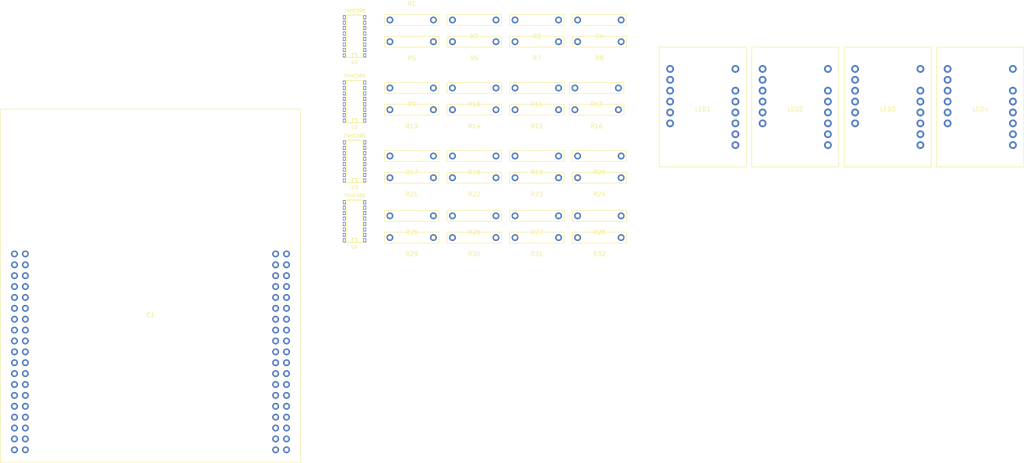
<source format=kicad_pcb>
(kicad_pcb (version 4) (host pcbnew 4.0.7)

  (general
    (links 91)
    (no_connects 91)
    (area 0 0 0 0)
    (thickness 1.6)
    (drawings 0)
    (tracks 0)
    (zones 0)
    (modules 41)
    (nets 73)
  )

  (page A4)
  (layers
    (0 F.Cu signal)
    (31 B.Cu signal)
    (32 B.Adhes user)
    (33 F.Adhes user)
    (34 B.Paste user)
    (35 F.Paste user)
    (36 B.SilkS user)
    (37 F.SilkS user)
    (38 B.Mask user)
    (39 F.Mask user)
    (40 Dwgs.User user)
    (41 Cmts.User user)
    (42 Eco1.User user)
    (43 Eco2.User user)
    (44 Edge.Cuts user)
    (45 Margin user)
    (46 B.CrtYd user)
    (47 F.CrtYd user)
    (48 B.Fab user)
    (49 F.Fab user)
  )

  (setup
    (last_trace_width 0.25)
    (trace_clearance 0.2)
    (zone_clearance 0.508)
    (zone_45_only no)
    (trace_min 0.2)
    (segment_width 0.2)
    (edge_width 0.1)
    (via_size 0.6)
    (via_drill 0.4)
    (via_min_size 0.4)
    (via_min_drill 0.3)
    (uvia_size 0.3)
    (uvia_drill 0.1)
    (uvias_allowed no)
    (uvia_min_size 0.2)
    (uvia_min_drill 0.1)
    (pcb_text_width 0.3)
    (pcb_text_size 1.5 1.5)
    (mod_edge_width 0.15)
    (mod_text_size 1 1)
    (mod_text_width 0.15)
    (pad_size 1.5 1.5)
    (pad_drill 0.6)
    (pad_to_mask_clearance 0)
    (aux_axis_origin 0 0)
    (visible_elements 7FFFFFFF)
    (pcbplotparams
      (layerselection 0x00030_80000001)
      (usegerberextensions false)
      (excludeedgelayer true)
      (linewidth 0.100000)
      (plotframeref false)
      (viasonmask false)
      (mode 1)
      (useauxorigin false)
      (hpglpennumber 1)
      (hpglpenspeed 20)
      (hpglpendiameter 15)
      (hpglpenoverlay 2)
      (psnegative false)
      (psa4output false)
      (plotreference true)
      (plotvalue true)
      (plotinvisibletext false)
      (padsonsilk false)
      (subtractmaskfromsilk false)
      (outputformat 1)
      (mirror false)
      (drillshape 1)
      (scaleselection 1)
      (outputdirectory ""))
  )

  (net 0 "")
  (net 1 GND)
  (net 2 "Net-(C1-Pad49)")
  (net 3 "Net-(C1-Pad53)")
  (net 4 "Net-(C1-Pad55)")
  (net 5 "Net-(LED2-Pad12)")
  (net 6 "Net-(LED2-Pad11)")
  (net 7 "Net-(LED2-Pad10)")
  (net 8 "Net-(LED2-Pad8)")
  (net 9 "Net-(LED2-Pad7)")
  (net 10 "Net-(LED2-Pad1)")
  (net 11 "Net-(LED2-Pad2)")
  (net 12 "Net-(LED2-Pad4)")
  (net 13 "Net-(LED3-Pad12)")
  (net 14 "Net-(LED3-Pad11)")
  (net 15 "Net-(LED3-Pad10)")
  (net 16 "Net-(LED3-Pad8)")
  (net 17 "Net-(LED3-Pad7)")
  (net 18 "Net-(LED3-Pad1)")
  (net 19 "Net-(LED3-Pad2)")
  (net 20 "Net-(LED3-Pad4)")
  (net 21 "Net-(LED4-Pad12)")
  (net 22 "Net-(LED4-Pad11)")
  (net 23 "Net-(LED4-Pad10)")
  (net 24 "Net-(LED4-Pad8)")
  (net 25 "Net-(LED4-Pad7)")
  (net 26 "Net-(LED4-Pad1)")
  (net 27 "Net-(LED4-Pad2)")
  (net 28 "Net-(LED4-Pad4)")
  (net 29 "Net-(R9-Pad2)")
  (net 30 "Net-(R10-Pad2)")
  (net 31 "Net-(R11-Pad2)")
  (net 32 "Net-(R12-Pad2)")
  (net 33 "Net-(R13-Pad2)")
  (net 34 "Net-(R14-Pad2)")
  (net 35 "Net-(R15-Pad2)")
  (net 36 "Net-(R16-Pad2)")
  (net 37 "Net-(R17-Pad2)")
  (net 38 "Net-(R18-Pad2)")
  (net 39 "Net-(R19-Pad2)")
  (net 40 "Net-(R20-Pad2)")
  (net 41 "Net-(R21-Pad2)")
  (net 42 "Net-(R22-Pad2)")
  (net 43 "Net-(R23-Pad2)")
  (net 44 "Net-(R24-Pad2)")
  (net 45 "Net-(R25-Pad2)")
  (net 46 "Net-(R26-Pad2)")
  (net 47 "Net-(R27-Pad2)")
  (net 48 "Net-(R28-Pad2)")
  (net 49 "Net-(R29-Pad2)")
  (net 50 "Net-(R30-Pad2)")
  (net 51 "Net-(R31-Pad2)")
  (net 52 "Net-(R32-Pad2)")
  (net 53 "Net-(U1-Pad9)")
  (net 54 VCC)
  (net 55 "Net-(U2-Pad9)")
  (net 56 "Net-(U3-Pad9)")
  (net 57 "Net-(LED1-Pad12)")
  (net 58 "Net-(LED1-Pad11)")
  (net 59 "Net-(LED1-Pad10)")
  (net 60 "Net-(LED1-Pad8)")
  (net 61 "Net-(LED1-Pad7)")
  (net 62 "Net-(LED1-Pad1)")
  (net 63 "Net-(LED1-Pad2)")
  (net 64 "Net-(LED1-Pad4)")
  (net 65 "Net-(R1-Pad2)")
  (net 66 "Net-(R2-Pad2)")
  (net 67 "Net-(R3-Pad2)")
  (net 68 "Net-(R4-Pad2)")
  (net 69 "Net-(R5-Pad2)")
  (net 70 "Net-(R6-Pad2)")
  (net 71 "Net-(R7-Pad2)")
  (net 72 "Net-(R8-Pad2)")

  (net_class Default "This is the default net class."
    (clearance 0.2)
    (trace_width 0.25)
    (via_dia 0.6)
    (via_drill 0.4)
    (uvia_dia 0.3)
    (uvia_drill 0.1)
    (add_net GND)
    (add_net "Net-(C1-Pad49)")
    (add_net "Net-(C1-Pad53)")
    (add_net "Net-(C1-Pad55)")
    (add_net "Net-(LED1-Pad1)")
    (add_net "Net-(LED1-Pad10)")
    (add_net "Net-(LED1-Pad11)")
    (add_net "Net-(LED1-Pad12)")
    (add_net "Net-(LED1-Pad2)")
    (add_net "Net-(LED1-Pad4)")
    (add_net "Net-(LED1-Pad7)")
    (add_net "Net-(LED1-Pad8)")
    (add_net "Net-(LED2-Pad1)")
    (add_net "Net-(LED2-Pad10)")
    (add_net "Net-(LED2-Pad11)")
    (add_net "Net-(LED2-Pad12)")
    (add_net "Net-(LED2-Pad2)")
    (add_net "Net-(LED2-Pad4)")
    (add_net "Net-(LED2-Pad7)")
    (add_net "Net-(LED2-Pad8)")
    (add_net "Net-(LED3-Pad1)")
    (add_net "Net-(LED3-Pad10)")
    (add_net "Net-(LED3-Pad11)")
    (add_net "Net-(LED3-Pad12)")
    (add_net "Net-(LED3-Pad2)")
    (add_net "Net-(LED3-Pad4)")
    (add_net "Net-(LED3-Pad7)")
    (add_net "Net-(LED3-Pad8)")
    (add_net "Net-(LED4-Pad1)")
    (add_net "Net-(LED4-Pad10)")
    (add_net "Net-(LED4-Pad11)")
    (add_net "Net-(LED4-Pad12)")
    (add_net "Net-(LED4-Pad2)")
    (add_net "Net-(LED4-Pad4)")
    (add_net "Net-(LED4-Pad7)")
    (add_net "Net-(LED4-Pad8)")
    (add_net "Net-(R1-Pad2)")
    (add_net "Net-(R10-Pad2)")
    (add_net "Net-(R11-Pad2)")
    (add_net "Net-(R12-Pad2)")
    (add_net "Net-(R13-Pad2)")
    (add_net "Net-(R14-Pad2)")
    (add_net "Net-(R15-Pad2)")
    (add_net "Net-(R16-Pad2)")
    (add_net "Net-(R17-Pad2)")
    (add_net "Net-(R18-Pad2)")
    (add_net "Net-(R19-Pad2)")
    (add_net "Net-(R2-Pad2)")
    (add_net "Net-(R20-Pad2)")
    (add_net "Net-(R21-Pad2)")
    (add_net "Net-(R22-Pad2)")
    (add_net "Net-(R23-Pad2)")
    (add_net "Net-(R24-Pad2)")
    (add_net "Net-(R25-Pad2)")
    (add_net "Net-(R26-Pad2)")
    (add_net "Net-(R27-Pad2)")
    (add_net "Net-(R28-Pad2)")
    (add_net "Net-(R29-Pad2)")
    (add_net "Net-(R3-Pad2)")
    (add_net "Net-(R30-Pad2)")
    (add_net "Net-(R31-Pad2)")
    (add_net "Net-(R32-Pad2)")
    (add_net "Net-(R4-Pad2)")
    (add_net "Net-(R5-Pad2)")
    (add_net "Net-(R6-Pad2)")
    (add_net "Net-(R7-Pad2)")
    (add_net "Net-(R8-Pad2)")
    (add_net "Net-(R9-Pad2)")
    (add_net "Net-(U1-Pad9)")
    (add_net "Net-(U2-Pad9)")
    (add_net "Net-(U3-Pad9)")
    (add_net VCC)
  )

  (module .pretty:NUCLEO_F411RE_MORPHO (layer F.Cu) (tedit 5AAB925B) (tstamp 5AABC801)
    (at 76.835 99.695)
    (path /5AAB846F)
    (fp_text reference C1 (at 0 -8.636) (layer F.SilkS)
      (effects (font (size 1 1) (thickness 0.15)))
    )
    (fp_text value NUCLEO_F411RE (at 0 4.572) (layer F.Fab)
      (effects (font (size 1 1) (thickness 0.15)))
    )
    (fp_line (start -35.052 25.908) (end 35.052 25.908) (layer F.SilkS) (width 0.15))
    (fp_line (start 35.052 25.908) (end 35.052 -56.642) (layer F.SilkS) (width 0.15))
    (fp_line (start 35.052 -56.642) (end -35.052 -56.642) (layer F.SilkS) (width 0.15))
    (fp_line (start -35.052 -56.642) (end -35.052 25.908) (layer F.SilkS) (width 0.15))
    (pad 1 thru_hole circle (at -31.75 -22.86) (size 1.6 1.6) (drill 0.9) (layers *.Cu *.Mask))
    (pad 3 thru_hole circle (at -31.75 -20.32) (size 1.6 1.6) (drill 0.9) (layers *.Cu *.Mask))
    (pad 5 thru_hole circle (at -31.75 -17.78) (size 1.6 1.6) (drill 0.9) (layers *.Cu *.Mask))
    (pad 2 thru_hole circle (at -29.21 -22.86) (size 1.6 1.6) (drill 0.9) (layers *.Cu *.Mask))
    (pad 4 thru_hole circle (at -29.21 -20.32) (size 1.6 1.6) (drill 0.9) (layers *.Cu *.Mask))
    (pad 6 thru_hole circle (at -29.21 -17.78) (size 1.6 1.6) (drill 0.9) (layers *.Cu *.Mask))
    (pad 7 thru_hole circle (at -31.75 -15.24) (size 1.6 1.6) (drill 0.9) (layers *.Cu *.Mask))
    (pad 8 thru_hole circle (at -29.21 -15.24) (size 1.6 1.6) (drill 0.9) (layers *.Cu *.Mask)
      (net 1 GND))
    (pad 9 thru_hole circle (at -31.75 -12.7) (size 1.6 1.6) (drill 0.9) (layers *.Cu *.Mask))
    (pad 10 thru_hole circle (at -29.21 -12.7) (size 1.6 1.6) (drill 0.9) (layers *.Cu *.Mask))
    (pad 11 thru_hole circle (at -31.75 -10.16) (size 1.6 1.6) (drill 0.9) (layers *.Cu *.Mask))
    (pad 12 thru_hole circle (at -29.21 -10.16) (size 1.6 1.6) (drill 0.9) (layers *.Cu *.Mask))
    (pad 13 thru_hole circle (at -31.75 -7.62) (size 1.6 1.6) (drill 0.9) (layers *.Cu *.Mask))
    (pad 14 thru_hole circle (at -29.21 -7.62) (size 1.6 1.6) (drill 0.9) (layers *.Cu *.Mask))
    (pad 15 thru_hole circle (at -31.75 -5.08) (size 1.6 1.6) (drill 0.9) (layers *.Cu *.Mask))
    (pad 16 thru_hole circle (at -29.21 -5.08) (size 1.6 1.6) (drill 0.9) (layers *.Cu *.Mask))
    (pad 17 thru_hole circle (at -31.75 -2.54) (size 1.6 1.6) (drill 0.9) (layers *.Cu *.Mask))
    (pad 18 thru_hole circle (at -29.21 -2.54) (size 1.6 1.6) (drill 0.9) (layers *.Cu *.Mask))
    (pad 19 thru_hole circle (at -31.75 0) (size 1.6 1.6) (drill 0.9) (layers *.Cu *.Mask))
    (pad 20 thru_hole circle (at -29.21 0) (size 1.6 1.6) (drill 0.9) (layers *.Cu *.Mask))
    (pad 21 thru_hole circle (at -31.75 2.54) (size 1.6 1.6) (drill 0.9) (layers *.Cu *.Mask))
    (pad 22 thru_hole circle (at -29.21 2.54) (size 1.6 1.6) (drill 0.9) (layers *.Cu *.Mask))
    (pad 23 thru_hole circle (at -31.75 5.08) (size 1.6 1.6) (drill 0.9) (layers *.Cu *.Mask))
    (pad 24 thru_hole circle (at -29.21 5.08) (size 1.6 1.6) (drill 0.9) (layers *.Cu *.Mask))
    (pad 25 thru_hole circle (at -31.75 7.62) (size 1.6 1.6) (drill 0.9) (layers *.Cu *.Mask))
    (pad 26 thru_hole circle (at -29.21 7.62) (size 1.6 1.6) (drill 0.9) (layers *.Cu *.Mask))
    (pad 27 thru_hole circle (at -31.75 10.16) (size 1.6 1.6) (drill 0.9) (layers *.Cu *.Mask))
    (pad 28 thru_hole circle (at -29.21 10.16) (size 1.6 1.6) (drill 0.9) (layers *.Cu *.Mask))
    (pad 29 thru_hole circle (at -31.75 12.7) (size 1.6 1.6) (drill 0.9) (layers *.Cu *.Mask))
    (pad 30 thru_hole circle (at -29.21 12.7) (size 1.6 1.6) (drill 0.9) (layers *.Cu *.Mask))
    (pad 31 thru_hole circle (at -31.75 15.24) (size 1.6 1.6) (drill 0.9) (layers *.Cu *.Mask))
    (pad 32 thru_hole circle (at -29.21 15.24) (size 1.6 1.6) (drill 0.9) (layers *.Cu *.Mask))
    (pad 33 thru_hole circle (at -31.75 17.78) (size 1.6 1.6) (drill 0.9) (layers *.Cu *.Mask))
    (pad 34 thru_hole circle (at -29.21 17.78) (size 1.6 1.6) (drill 0.9) (layers *.Cu *.Mask))
    (pad 35 thru_hole circle (at -31.75 20.32) (size 1.6 1.6) (drill 0.9) (layers *.Cu *.Mask))
    (pad 36 thru_hole circle (at -29.21 20.32) (size 1.6 1.6) (drill 0.9) (layers *.Cu *.Mask))
    (pad 37 thru_hole circle (at -31.75 22.86) (size 1.6 1.6) (drill 0.9) (layers *.Cu *.Mask))
    (pad 38 thru_hole circle (at -29.21 22.86) (size 1.6 1.6) (drill 0.9) (layers *.Cu *.Mask))
    (pad 39 thru_hole circle (at 29.21 -22.86) (size 1.6 1.6) (drill 0.9) (layers *.Cu *.Mask))
    (pad 40 thru_hole circle (at 31.75 -22.86) (size 1.6 1.6) (drill 0.9) (layers *.Cu *.Mask))
    (pad 41 thru_hole circle (at 29.21 -20.32) (size 1.6 1.6) (drill 0.9) (layers *.Cu *.Mask))
    (pad 42 thru_hole circle (at 31.75 -20.32) (size 1.6 1.6) (drill 0.9) (layers *.Cu *.Mask))
    (pad 43 thru_hole circle (at 29.21 -17.78) (size 1.6 1.6) (drill 0.9) (layers *.Cu *.Mask))
    (pad 44 thru_hole circle (at 31.75 -17.78) (size 1.6 1.6) (drill 0.9) (layers *.Cu *.Mask))
    (pad 45 thru_hole circle (at 29.21 -15.24) (size 1.6 1.6) (drill 0.9) (layers *.Cu *.Mask))
    (pad 46 thru_hole circle (at 31.75 -15.24) (size 1.6 1.6) (drill 0.9) (layers *.Cu *.Mask))
    (pad 47 thru_hole circle (at 29.21 -12.7) (size 1.6 1.6) (drill 0.9) (layers *.Cu *.Mask))
    (pad 48 thru_hole circle (at 31.75 -12.7) (size 1.6 1.6) (drill 0.9) (layers *.Cu *.Mask))
    (pad 49 thru_hole circle (at 29.21 -10.16) (size 1.6 1.6) (drill 0.9) (layers *.Cu *.Mask)
      (net 2 "Net-(C1-Pad49)"))
    (pad 50 thru_hole circle (at 31.75 -10.16) (size 1.6 1.6) (drill 0.9) (layers *.Cu *.Mask))
    (pad 51 thru_hole circle (at 29.21 -7.62) (size 1.6 1.6) (drill 0.9) (layers *.Cu *.Mask))
    (pad 52 thru_hole circle (at 31.75 -7.62) (size 1.6 1.6) (drill 0.9) (layers *.Cu *.Mask))
    (pad 53 thru_hole circle (at 29.21 -5.08) (size 1.6 1.6) (drill 0.9) (layers *.Cu *.Mask)
      (net 3 "Net-(C1-Pad53)"))
    (pad 54 thru_hole circle (at 31.75 -5.08) (size 1.6 1.6) (drill 0.9) (layers *.Cu *.Mask))
    (pad 55 thru_hole circle (at 29.21 -2.54) (size 1.6 1.6) (drill 0.9) (layers *.Cu *.Mask)
      (net 4 "Net-(C1-Pad55)"))
    (pad 56 thru_hole circle (at 31.75 -2.54) (size 1.6 1.6) (drill 0.9) (layers *.Cu *.Mask))
    (pad 57 thru_hole circle (at 29.21 0) (size 1.6 1.6) (drill 0.9) (layers *.Cu *.Mask))
    (pad 58 thru_hole circle (at 31.75 0) (size 1.6 1.6) (drill 0.9) (layers *.Cu *.Mask))
    (pad 59 thru_hole circle (at 29.21 2.54) (size 1.6 1.6) (drill 0.9) (layers *.Cu *.Mask))
    (pad 60 thru_hole circle (at 31.75 2.54) (size 1.6 1.6) (drill 0.9) (layers *.Cu *.Mask))
    (pad 61 thru_hole circle (at 29.21 5.08) (size 1.6 1.6) (drill 0.9) (layers *.Cu *.Mask))
    (pad 62 thru_hole circle (at 31.75 5.08) (size 1.6 1.6) (drill 0.9) (layers *.Cu *.Mask))
    (pad 63 thru_hole circle (at 29.21 7.62) (size 1.6 1.6) (drill 0.9) (layers *.Cu *.Mask))
    (pad 64 thru_hole circle (at 31.75 7.62) (size 1.6 1.6) (drill 0.9) (layers *.Cu *.Mask))
    (pad 65 thru_hole circle (at 29.21 10.16) (size 1.6 1.6) (drill 0.9) (layers *.Cu *.Mask))
    (pad 66 thru_hole circle (at 31.75 10.16) (size 1.6 1.6) (drill 0.9) (layers *.Cu *.Mask))
    (pad 67 thru_hole circle (at 29.21 12.7) (size 1.6 1.6) (drill 0.9) (layers *.Cu *.Mask))
    (pad 68 thru_hole circle (at 31.75 12.7) (size 1.6 1.6) (drill 0.9) (layers *.Cu *.Mask))
    (pad 69 thru_hole circle (at 29.21 15.24) (size 1.6 1.6) (drill 0.9) (layers *.Cu *.Mask))
    (pad 70 thru_hole circle (at 31.75 15.24) (size 1.6 1.6) (drill 0.9) (layers *.Cu *.Mask))
    (pad 71 thru_hole circle (at 29.21 17.78) (size 1.6 1.6) (drill 0.9) (layers *.Cu *.Mask))
    (pad 72 thru_hole circle (at 31.75 17.78) (size 1.6 1.6) (drill 0.9) (layers *.Cu *.Mask))
    (pad 73 thru_hole circle (at 29.21 20.32) (size 1.6 1.6) (drill 0.9) (layers *.Cu *.Mask))
    (pad 74 thru_hole circle (at 31.75 20.32) (size 1.6 1.6) (drill 0.9) (layers *.Cu *.Mask))
    (pad 75 thru_hole circle (at 29.21 22.86) (size 1.6 1.6) (drill 0.9) (layers *.Cu *.Mask))
    (pad 76 thru_hole circle (at 31.75 22.86) (size 1.6 1.6) (drill 0.9) (layers *.Cu *.Mask))
  )

  (module .pretty:kingbrightSC08 (layer F.Cu) (tedit 5AAB8CD8) (tstamp 5AABC816)
    (at 205.74 42.545)
    (path /5AAA226A)
    (fp_text reference LED1 (at 0 0.5) (layer F.SilkS)
      (effects (font (size 1 1) (thickness 0.15)))
    )
    (fp_text value KingbrightSC08 (at 0 -0.5) (layer F.Fab)
      (effects (font (size 1 1) (thickness 0.15)))
    )
    (fp_line (start -10.16 -13.97) (end 10.16 -13.97) (layer F.SilkS) (width 0.15))
    (fp_line (start 10.16 -13.97) (end 10.16 13.97) (layer F.SilkS) (width 0.15))
    (fp_line (start 10.16 13.97) (end -10.16 13.97) (layer F.SilkS) (width 0.15))
    (fp_line (start -10.16 13.97) (end -10.16 -13.97) (layer F.SilkS) (width 0.15))
    (pad 13 thru_hole circle (at 7.62 -8.89) (size 1.8 1.8) (drill 1) (layers *.Cu *.Mask))
    (pad 12 thru_hole circle (at 7.62 -3.81) (size 1.8 1.8) (drill 1) (layers *.Cu *.Mask)
      (net 57 "Net-(LED1-Pad12)"))
    (pad 11 thru_hole circle (at 7.62 -1.27) (size 1.8 1.8) (drill 1) (layers *.Cu *.Mask)
      (net 58 "Net-(LED1-Pad11)"))
    (pad 10 thru_hole circle (at 7.62 1.27) (size 1.8 1.8) (drill 1) (layers *.Cu *.Mask)
      (net 59 "Net-(LED1-Pad10)"))
    (pad 9 thru_hole circle (at 7.62 3.81) (size 1.8 1.8) (drill 1) (layers *.Cu *.Mask))
    (pad 8 thru_hole circle (at 7.62 6.35) (size 1.8 1.8) (drill 1) (layers *.Cu *.Mask)
      (net 60 "Net-(LED1-Pad8)"))
    (pad 7 thru_hole circle (at 7.62 8.89) (size 1.8 1.8) (drill 1) (layers *.Cu *.Mask)
      (net 61 "Net-(LED1-Pad7)"))
    (pad 6 thru_hole circle (at -7.62 3.81) (size 1.8 1.8) (drill 1) (layers *.Cu *.Mask))
    (pad 5 thru_hole circle (at -7.62 1.27) (size 1.8 1.8) (drill 1) (layers *.Cu *.Mask)
      (net 1 GND))
    (pad 1 thru_hole circle (at -7.62 -8.89) (size 1.8 1.8) (drill 1) (layers *.Cu *.Mask)
      (net 62 "Net-(LED1-Pad1)"))
    (pad 2 thru_hole circle (at -7.62 -6.35) (size 1.8 1.8) (drill 1) (layers *.Cu *.Mask)
      (net 63 "Net-(LED1-Pad2)"))
    (pad 3 thru_hole circle (at -7.62 -3.81) (size 1.8 1.8) (drill 1) (layers *.Cu *.Mask))
    (pad 4 thru_hole circle (at -7.62 -1.27) (size 1.8 1.8) (drill 1) (layers *.Cu *.Mask)
      (net 64 "Net-(LED1-Pad4)"))
  )

  (module .pretty:kingbrightSC08 (layer F.Cu) (tedit 5AAB8CD8) (tstamp 5AABC82B)
    (at 227.33 42.545)
    (path /5AAA3340)
    (fp_text reference LED2 (at 0 0.5) (layer F.SilkS)
      (effects (font (size 1 1) (thickness 0.15)))
    )
    (fp_text value KingbrightSC08 (at 0 -0.5) (layer F.Fab)
      (effects (font (size 1 1) (thickness 0.15)))
    )
    (fp_line (start -10.16 -13.97) (end 10.16 -13.97) (layer F.SilkS) (width 0.15))
    (fp_line (start 10.16 -13.97) (end 10.16 13.97) (layer F.SilkS) (width 0.15))
    (fp_line (start 10.16 13.97) (end -10.16 13.97) (layer F.SilkS) (width 0.15))
    (fp_line (start -10.16 13.97) (end -10.16 -13.97) (layer F.SilkS) (width 0.15))
    (pad 13 thru_hole circle (at 7.62 -8.89) (size 1.8 1.8) (drill 1) (layers *.Cu *.Mask))
    (pad 12 thru_hole circle (at 7.62 -3.81) (size 1.8 1.8) (drill 1) (layers *.Cu *.Mask)
      (net 5 "Net-(LED2-Pad12)"))
    (pad 11 thru_hole circle (at 7.62 -1.27) (size 1.8 1.8) (drill 1) (layers *.Cu *.Mask)
      (net 6 "Net-(LED2-Pad11)"))
    (pad 10 thru_hole circle (at 7.62 1.27) (size 1.8 1.8) (drill 1) (layers *.Cu *.Mask)
      (net 7 "Net-(LED2-Pad10)"))
    (pad 9 thru_hole circle (at 7.62 3.81) (size 1.8 1.8) (drill 1) (layers *.Cu *.Mask))
    (pad 8 thru_hole circle (at 7.62 6.35) (size 1.8 1.8) (drill 1) (layers *.Cu *.Mask)
      (net 8 "Net-(LED2-Pad8)"))
    (pad 7 thru_hole circle (at 7.62 8.89) (size 1.8 1.8) (drill 1) (layers *.Cu *.Mask)
      (net 9 "Net-(LED2-Pad7)"))
    (pad 6 thru_hole circle (at -7.62 3.81) (size 1.8 1.8) (drill 1) (layers *.Cu *.Mask))
    (pad 5 thru_hole circle (at -7.62 1.27) (size 1.8 1.8) (drill 1) (layers *.Cu *.Mask)
      (net 1 GND))
    (pad 1 thru_hole circle (at -7.62 -8.89) (size 1.8 1.8) (drill 1) (layers *.Cu *.Mask)
      (net 10 "Net-(LED2-Pad1)"))
    (pad 2 thru_hole circle (at -7.62 -6.35) (size 1.8 1.8) (drill 1) (layers *.Cu *.Mask)
      (net 11 "Net-(LED2-Pad2)"))
    (pad 3 thru_hole circle (at -7.62 -3.81) (size 1.8 1.8) (drill 1) (layers *.Cu *.Mask))
    (pad 4 thru_hole circle (at -7.62 -1.27) (size 1.8 1.8) (drill 1) (layers *.Cu *.Mask)
      (net 12 "Net-(LED2-Pad4)"))
  )

  (module .pretty:kingbrightSC08 (layer F.Cu) (tedit 5AAB8CD8) (tstamp 5AABC840)
    (at 248.92 42.545)
    (path /5AAA3E5D)
    (fp_text reference LED3 (at 0 0.5) (layer F.SilkS)
      (effects (font (size 1 1) (thickness 0.15)))
    )
    (fp_text value KingbrightSC08 (at 0 -0.5) (layer F.Fab)
      (effects (font (size 1 1) (thickness 0.15)))
    )
    (fp_line (start -10.16 -13.97) (end 10.16 -13.97) (layer F.SilkS) (width 0.15))
    (fp_line (start 10.16 -13.97) (end 10.16 13.97) (layer F.SilkS) (width 0.15))
    (fp_line (start 10.16 13.97) (end -10.16 13.97) (layer F.SilkS) (width 0.15))
    (fp_line (start -10.16 13.97) (end -10.16 -13.97) (layer F.SilkS) (width 0.15))
    (pad 13 thru_hole circle (at 7.62 -8.89) (size 1.8 1.8) (drill 1) (layers *.Cu *.Mask))
    (pad 12 thru_hole circle (at 7.62 -3.81) (size 1.8 1.8) (drill 1) (layers *.Cu *.Mask)
      (net 13 "Net-(LED3-Pad12)"))
    (pad 11 thru_hole circle (at 7.62 -1.27) (size 1.8 1.8) (drill 1) (layers *.Cu *.Mask)
      (net 14 "Net-(LED3-Pad11)"))
    (pad 10 thru_hole circle (at 7.62 1.27) (size 1.8 1.8) (drill 1) (layers *.Cu *.Mask)
      (net 15 "Net-(LED3-Pad10)"))
    (pad 9 thru_hole circle (at 7.62 3.81) (size 1.8 1.8) (drill 1) (layers *.Cu *.Mask))
    (pad 8 thru_hole circle (at 7.62 6.35) (size 1.8 1.8) (drill 1) (layers *.Cu *.Mask)
      (net 16 "Net-(LED3-Pad8)"))
    (pad 7 thru_hole circle (at 7.62 8.89) (size 1.8 1.8) (drill 1) (layers *.Cu *.Mask)
      (net 17 "Net-(LED3-Pad7)"))
    (pad 6 thru_hole circle (at -7.62 3.81) (size 1.8 1.8) (drill 1) (layers *.Cu *.Mask))
    (pad 5 thru_hole circle (at -7.62 1.27) (size 1.8 1.8) (drill 1) (layers *.Cu *.Mask)
      (net 1 GND))
    (pad 1 thru_hole circle (at -7.62 -8.89) (size 1.8 1.8) (drill 1) (layers *.Cu *.Mask)
      (net 18 "Net-(LED3-Pad1)"))
    (pad 2 thru_hole circle (at -7.62 -6.35) (size 1.8 1.8) (drill 1) (layers *.Cu *.Mask)
      (net 19 "Net-(LED3-Pad2)"))
    (pad 3 thru_hole circle (at -7.62 -3.81) (size 1.8 1.8) (drill 1) (layers *.Cu *.Mask))
    (pad 4 thru_hole circle (at -7.62 -1.27) (size 1.8 1.8) (drill 1) (layers *.Cu *.Mask)
      (net 20 "Net-(LED3-Pad4)"))
  )

  (module .pretty:kingbrightSC08 (layer F.Cu) (tedit 5AAB8CD8) (tstamp 5AABC855)
    (at 270.51 42.545)
    (path /5AAA48F2)
    (fp_text reference LED4 (at 0 0.5) (layer F.SilkS)
      (effects (font (size 1 1) (thickness 0.15)))
    )
    (fp_text value KingbrightSC08 (at 0 -0.5) (layer F.Fab)
      (effects (font (size 1 1) (thickness 0.15)))
    )
    (fp_line (start -10.16 -13.97) (end 10.16 -13.97) (layer F.SilkS) (width 0.15))
    (fp_line (start 10.16 -13.97) (end 10.16 13.97) (layer F.SilkS) (width 0.15))
    (fp_line (start 10.16 13.97) (end -10.16 13.97) (layer F.SilkS) (width 0.15))
    (fp_line (start -10.16 13.97) (end -10.16 -13.97) (layer F.SilkS) (width 0.15))
    (pad 13 thru_hole circle (at 7.62 -8.89) (size 1.8 1.8) (drill 1) (layers *.Cu *.Mask))
    (pad 12 thru_hole circle (at 7.62 -3.81) (size 1.8 1.8) (drill 1) (layers *.Cu *.Mask)
      (net 21 "Net-(LED4-Pad12)"))
    (pad 11 thru_hole circle (at 7.62 -1.27) (size 1.8 1.8) (drill 1) (layers *.Cu *.Mask)
      (net 22 "Net-(LED4-Pad11)"))
    (pad 10 thru_hole circle (at 7.62 1.27) (size 1.8 1.8) (drill 1) (layers *.Cu *.Mask)
      (net 23 "Net-(LED4-Pad10)"))
    (pad 9 thru_hole circle (at 7.62 3.81) (size 1.8 1.8) (drill 1) (layers *.Cu *.Mask))
    (pad 8 thru_hole circle (at 7.62 6.35) (size 1.8 1.8) (drill 1) (layers *.Cu *.Mask)
      (net 24 "Net-(LED4-Pad8)"))
    (pad 7 thru_hole circle (at 7.62 8.89) (size 1.8 1.8) (drill 1) (layers *.Cu *.Mask)
      (net 25 "Net-(LED4-Pad7)"))
    (pad 6 thru_hole circle (at -7.62 3.81) (size 1.8 1.8) (drill 1) (layers *.Cu *.Mask))
    (pad 5 thru_hole circle (at -7.62 1.27) (size 1.8 1.8) (drill 1) (layers *.Cu *.Mask)
      (net 1 GND))
    (pad 1 thru_hole circle (at -7.62 -8.89) (size 1.8 1.8) (drill 1) (layers *.Cu *.Mask)
      (net 26 "Net-(LED4-Pad1)"))
    (pad 2 thru_hole circle (at -7.62 -6.35) (size 1.8 1.8) (drill 1) (layers *.Cu *.Mask)
      (net 27 "Net-(LED4-Pad2)"))
    (pad 3 thru_hole circle (at -7.62 -3.81) (size 1.8 1.8) (drill 1) (layers *.Cu *.Mask))
    (pad 4 thru_hole circle (at -7.62 -1.27) (size 1.8 1.8) (drill 1) (layers *.Cu *.Mask)
      (net 28 "Net-(LED4-Pad4)"))
  )

  (module .pretty:Resistor (layer F.Cu) (tedit 5AAB96CB) (tstamp 5AABC85F)
    (at 137.795 22.225 180)
    (path /5AAA3339)
    (fp_text reference R1 (at 0 3.81 180) (layer F.SilkS)
      (effects (font (size 1 1) (thickness 0.15)))
    )
    (fp_text value R (at 0 -3.302 180) (layer F.Fab)
      (effects (font (size 1 1) (thickness 0.15)))
    )
    (fp_line (start -6.35 -1.27) (end -6.35 1.27) (layer F.SilkS) (width 0.15))
    (fp_line (start -6.35 1.27) (end 6.35 1.27) (layer F.SilkS) (width 0.15))
    (fp_line (start 6.35 1.27) (end 6.35 -1.27) (layer F.SilkS) (width 0.15))
    (fp_line (start 6.35 -1.27) (end -6.35 -1.27) (layer F.SilkS) (width 0.15))
    (pad 1 thru_hole circle (at -5.08 0 180) (size 1.6 1.6) (drill 0.9) (layers *.Cu *.Mask)
      (net 61 "Net-(LED1-Pad7)"))
    (pad 2 thru_hole circle (at 5.08 0 180) (size 1.6 1.6) (drill 0.9) (layers *.Cu *.Mask)
      (net 65 "Net-(R1-Pad2)"))
  )

  (module .pretty:Resistor (layer F.Cu) (tedit 5AAB96CB) (tstamp 5AABC869)
    (at 152.4 22.225)
    (path /5AAA334E)
    (fp_text reference R2 (at 0 3.81) (layer F.SilkS)
      (effects (font (size 1 1) (thickness 0.15)))
    )
    (fp_text value R (at 0 -3.302) (layer F.Fab)
      (effects (font (size 1 1) (thickness 0.15)))
    )
    (fp_line (start -6.35 -1.27) (end -6.35 1.27) (layer F.SilkS) (width 0.15))
    (fp_line (start -6.35 1.27) (end 6.35 1.27) (layer F.SilkS) (width 0.15))
    (fp_line (start 6.35 1.27) (end 6.35 -1.27) (layer F.SilkS) (width 0.15))
    (fp_line (start 6.35 -1.27) (end -6.35 -1.27) (layer F.SilkS) (width 0.15))
    (pad 1 thru_hole circle (at -5.08 0) (size 1.6 1.6) (drill 0.9) (layers *.Cu *.Mask)
      (net 62 "Net-(LED1-Pad1)"))
    (pad 2 thru_hole circle (at 5.08 0) (size 1.6 1.6) (drill 0.9) (layers *.Cu *.Mask)
      (net 66 "Net-(R2-Pad2)"))
  )

  (module .pretty:Resistor (layer F.Cu) (tedit 5AAB96CB) (tstamp 5AABC873)
    (at 167.005 22.225)
    (path /5AAA3354)
    (fp_text reference R3 (at 0 3.81) (layer F.SilkS)
      (effects (font (size 1 1) (thickness 0.15)))
    )
    (fp_text value R (at 0 -3.302) (layer F.Fab)
      (effects (font (size 1 1) (thickness 0.15)))
    )
    (fp_line (start -6.35 -1.27) (end -6.35 1.27) (layer F.SilkS) (width 0.15))
    (fp_line (start -6.35 1.27) (end 6.35 1.27) (layer F.SilkS) (width 0.15))
    (fp_line (start 6.35 1.27) (end 6.35 -1.27) (layer F.SilkS) (width 0.15))
    (fp_line (start 6.35 -1.27) (end -6.35 -1.27) (layer F.SilkS) (width 0.15))
    (pad 1 thru_hole circle (at -5.08 0) (size 1.6 1.6) (drill 0.9) (layers *.Cu *.Mask)
      (net 57 "Net-(LED1-Pad12)"))
    (pad 2 thru_hole circle (at 5.08 0) (size 1.6 1.6) (drill 0.9) (layers *.Cu *.Mask)
      (net 67 "Net-(R3-Pad2)"))
  )

  (module .pretty:Resistor (layer F.Cu) (tedit 5AAB96CB) (tstamp 5AABC87D)
    (at 181.61 22.225)
    (path /5AAA335A)
    (fp_text reference R4 (at 0 3.81) (layer F.SilkS)
      (effects (font (size 1 1) (thickness 0.15)))
    )
    (fp_text value R (at 0 -3.302) (layer F.Fab)
      (effects (font (size 1 1) (thickness 0.15)))
    )
    (fp_line (start -6.35 -1.27) (end -6.35 1.27) (layer F.SilkS) (width 0.15))
    (fp_line (start -6.35 1.27) (end 6.35 1.27) (layer F.SilkS) (width 0.15))
    (fp_line (start 6.35 1.27) (end 6.35 -1.27) (layer F.SilkS) (width 0.15))
    (fp_line (start 6.35 -1.27) (end -6.35 -1.27) (layer F.SilkS) (width 0.15))
    (pad 1 thru_hole circle (at -5.08 0) (size 1.6 1.6) (drill 0.9) (layers *.Cu *.Mask)
      (net 59 "Net-(LED1-Pad10)"))
    (pad 2 thru_hole circle (at 5.08 0) (size 1.6 1.6) (drill 0.9) (layers *.Cu *.Mask)
      (net 68 "Net-(R4-Pad2)"))
  )

  (module .pretty:Resistor (layer F.Cu) (tedit 5AAB96CB) (tstamp 5AABC887)
    (at 137.795 27.305)
    (path /5AAA3360)
    (fp_text reference R5 (at 0 3.81) (layer F.SilkS)
      (effects (font (size 1 1) (thickness 0.15)))
    )
    (fp_text value R (at 0 -3.302) (layer F.Fab)
      (effects (font (size 1 1) (thickness 0.15)))
    )
    (fp_line (start -6.35 -1.27) (end -6.35 1.27) (layer F.SilkS) (width 0.15))
    (fp_line (start -6.35 1.27) (end 6.35 1.27) (layer F.SilkS) (width 0.15))
    (fp_line (start 6.35 1.27) (end 6.35 -1.27) (layer F.SilkS) (width 0.15))
    (fp_line (start 6.35 -1.27) (end -6.35 -1.27) (layer F.SilkS) (width 0.15))
    (pad 1 thru_hole circle (at -5.08 0) (size 1.6 1.6) (drill 0.9) (layers *.Cu *.Mask)
      (net 60 "Net-(LED1-Pad8)"))
    (pad 2 thru_hole circle (at 5.08 0) (size 1.6 1.6) (drill 0.9) (layers *.Cu *.Mask)
      (net 69 "Net-(R5-Pad2)"))
  )

  (module .pretty:Resistor (layer F.Cu) (tedit 5AAB96CB) (tstamp 5AABC891)
    (at 152.4 27.305)
    (path /5AAA3366)
    (fp_text reference R6 (at 0 3.81) (layer F.SilkS)
      (effects (font (size 1 1) (thickness 0.15)))
    )
    (fp_text value R (at 0 -3.302) (layer F.Fab)
      (effects (font (size 1 1) (thickness 0.15)))
    )
    (fp_line (start -6.35 -1.27) (end -6.35 1.27) (layer F.SilkS) (width 0.15))
    (fp_line (start -6.35 1.27) (end 6.35 1.27) (layer F.SilkS) (width 0.15))
    (fp_line (start 6.35 1.27) (end 6.35 -1.27) (layer F.SilkS) (width 0.15))
    (fp_line (start 6.35 -1.27) (end -6.35 -1.27) (layer F.SilkS) (width 0.15))
    (pad 1 thru_hole circle (at -5.08 0) (size 1.6 1.6) (drill 0.9) (layers *.Cu *.Mask)
      (net 64 "Net-(LED1-Pad4)"))
    (pad 2 thru_hole circle (at 5.08 0) (size 1.6 1.6) (drill 0.9) (layers *.Cu *.Mask)
      (net 70 "Net-(R6-Pad2)"))
  )

  (module .pretty:Resistor (layer F.Cu) (tedit 5AAB96CB) (tstamp 5AABC89B)
    (at 167.005 27.305)
    (path /5AAA336C)
    (fp_text reference R7 (at 0 3.81) (layer F.SilkS)
      (effects (font (size 1 1) (thickness 0.15)))
    )
    (fp_text value R (at 0 -3.302) (layer F.Fab)
      (effects (font (size 1 1) (thickness 0.15)))
    )
    (fp_line (start -6.35 -1.27) (end -6.35 1.27) (layer F.SilkS) (width 0.15))
    (fp_line (start -6.35 1.27) (end 6.35 1.27) (layer F.SilkS) (width 0.15))
    (fp_line (start 6.35 1.27) (end 6.35 -1.27) (layer F.SilkS) (width 0.15))
    (fp_line (start 6.35 -1.27) (end -6.35 -1.27) (layer F.SilkS) (width 0.15))
    (pad 1 thru_hole circle (at -5.08 0) (size 1.6 1.6) (drill 0.9) (layers *.Cu *.Mask)
      (net 63 "Net-(LED1-Pad2)"))
    (pad 2 thru_hole circle (at 5.08 0) (size 1.6 1.6) (drill 0.9) (layers *.Cu *.Mask)
      (net 71 "Net-(R7-Pad2)"))
  )

  (module .pretty:Resistor (layer F.Cu) (tedit 5AAB96CB) (tstamp 5AABC8A5)
    (at 181.61 27.305)
    (path /5AAA3372)
    (fp_text reference R8 (at 0 3.81) (layer F.SilkS)
      (effects (font (size 1 1) (thickness 0.15)))
    )
    (fp_text value R (at 0 -3.302) (layer F.Fab)
      (effects (font (size 1 1) (thickness 0.15)))
    )
    (fp_line (start -6.35 -1.27) (end -6.35 1.27) (layer F.SilkS) (width 0.15))
    (fp_line (start -6.35 1.27) (end 6.35 1.27) (layer F.SilkS) (width 0.15))
    (fp_line (start 6.35 1.27) (end 6.35 -1.27) (layer F.SilkS) (width 0.15))
    (fp_line (start 6.35 -1.27) (end -6.35 -1.27) (layer F.SilkS) (width 0.15))
    (pad 1 thru_hole circle (at -5.08 0) (size 1.6 1.6) (drill 0.9) (layers *.Cu *.Mask)
      (net 58 "Net-(LED1-Pad11)"))
    (pad 2 thru_hole circle (at 5.08 0) (size 1.6 1.6) (drill 0.9) (layers *.Cu *.Mask)
      (net 72 "Net-(R8-Pad2)"))
  )

  (module .pretty:Resistor (layer F.Cu) (tedit 5AAB96CB) (tstamp 5AABC8AF)
    (at 137.795 38.1)
    (path /5AAA3E56)
    (fp_text reference R9 (at 0 3.81) (layer F.SilkS)
      (effects (font (size 1 1) (thickness 0.15)))
    )
    (fp_text value R (at 0 -3.302) (layer F.Fab)
      (effects (font (size 1 1) (thickness 0.15)))
    )
    (fp_line (start -6.35 -1.27) (end -6.35 1.27) (layer F.SilkS) (width 0.15))
    (fp_line (start -6.35 1.27) (end 6.35 1.27) (layer F.SilkS) (width 0.15))
    (fp_line (start 6.35 1.27) (end 6.35 -1.27) (layer F.SilkS) (width 0.15))
    (fp_line (start 6.35 -1.27) (end -6.35 -1.27) (layer F.SilkS) (width 0.15))
    (pad 1 thru_hole circle (at -5.08 0) (size 1.6 1.6) (drill 0.9) (layers *.Cu *.Mask)
      (net 9 "Net-(LED2-Pad7)"))
    (pad 2 thru_hole circle (at 5.08 0) (size 1.6 1.6) (drill 0.9) (layers *.Cu *.Mask)
      (net 29 "Net-(R9-Pad2)"))
  )

  (module .pretty:Resistor (layer F.Cu) (tedit 5AAB96CB) (tstamp 5AABC8B9)
    (at 152.4 38.1)
    (path /5AAA3E69)
    (fp_text reference R10 (at 0 3.81) (layer F.SilkS)
      (effects (font (size 1 1) (thickness 0.15)))
    )
    (fp_text value R (at 0 -3.302) (layer F.Fab)
      (effects (font (size 1 1) (thickness 0.15)))
    )
    (fp_line (start -6.35 -1.27) (end -6.35 1.27) (layer F.SilkS) (width 0.15))
    (fp_line (start -6.35 1.27) (end 6.35 1.27) (layer F.SilkS) (width 0.15))
    (fp_line (start 6.35 1.27) (end 6.35 -1.27) (layer F.SilkS) (width 0.15))
    (fp_line (start 6.35 -1.27) (end -6.35 -1.27) (layer F.SilkS) (width 0.15))
    (pad 1 thru_hole circle (at -5.08 0) (size 1.6 1.6) (drill 0.9) (layers *.Cu *.Mask)
      (net 10 "Net-(LED2-Pad1)"))
    (pad 2 thru_hole circle (at 5.08 0) (size 1.6 1.6) (drill 0.9) (layers *.Cu *.Mask)
      (net 30 "Net-(R10-Pad2)"))
  )

  (module .pretty:Resistor (layer F.Cu) (tedit 5AAB96CB) (tstamp 5AABC8C3)
    (at 167.005 38.1)
    (path /5AAA3E6F)
    (fp_text reference R11 (at 0 3.81) (layer F.SilkS)
      (effects (font (size 1 1) (thickness 0.15)))
    )
    (fp_text value R (at 0 -3.302) (layer F.Fab)
      (effects (font (size 1 1) (thickness 0.15)))
    )
    (fp_line (start -6.35 -1.27) (end -6.35 1.27) (layer F.SilkS) (width 0.15))
    (fp_line (start -6.35 1.27) (end 6.35 1.27) (layer F.SilkS) (width 0.15))
    (fp_line (start 6.35 1.27) (end 6.35 -1.27) (layer F.SilkS) (width 0.15))
    (fp_line (start 6.35 -1.27) (end -6.35 -1.27) (layer F.SilkS) (width 0.15))
    (pad 1 thru_hole circle (at -5.08 0) (size 1.6 1.6) (drill 0.9) (layers *.Cu *.Mask)
      (net 5 "Net-(LED2-Pad12)"))
    (pad 2 thru_hole circle (at 5.08 0) (size 1.6 1.6) (drill 0.9) (layers *.Cu *.Mask)
      (net 31 "Net-(R11-Pad2)"))
  )

  (module .pretty:Resistor (layer F.Cu) (tedit 5AAB96CB) (tstamp 5AABC8CD)
    (at 180.975 38.1)
    (path /5AAA3E75)
    (fp_text reference R12 (at 0 3.81) (layer F.SilkS)
      (effects (font (size 1 1) (thickness 0.15)))
    )
    (fp_text value R (at 0 -3.302) (layer F.Fab)
      (effects (font (size 1 1) (thickness 0.15)))
    )
    (fp_line (start -6.35 -1.27) (end -6.35 1.27) (layer F.SilkS) (width 0.15))
    (fp_line (start -6.35 1.27) (end 6.35 1.27) (layer F.SilkS) (width 0.15))
    (fp_line (start 6.35 1.27) (end 6.35 -1.27) (layer F.SilkS) (width 0.15))
    (fp_line (start 6.35 -1.27) (end -6.35 -1.27) (layer F.SilkS) (width 0.15))
    (pad 1 thru_hole circle (at -5.08 0) (size 1.6 1.6) (drill 0.9) (layers *.Cu *.Mask)
      (net 7 "Net-(LED2-Pad10)"))
    (pad 2 thru_hole circle (at 5.08 0) (size 1.6 1.6) (drill 0.9) (layers *.Cu *.Mask)
      (net 32 "Net-(R12-Pad2)"))
  )

  (module .pretty:Resistor (layer F.Cu) (tedit 5AAB96CB) (tstamp 5AABC8D7)
    (at 137.795 43.18)
    (path /5AAA3E7B)
    (fp_text reference R13 (at 0 3.81) (layer F.SilkS)
      (effects (font (size 1 1) (thickness 0.15)))
    )
    (fp_text value R (at 0 -3.302) (layer F.Fab)
      (effects (font (size 1 1) (thickness 0.15)))
    )
    (fp_line (start -6.35 -1.27) (end -6.35 1.27) (layer F.SilkS) (width 0.15))
    (fp_line (start -6.35 1.27) (end 6.35 1.27) (layer F.SilkS) (width 0.15))
    (fp_line (start 6.35 1.27) (end 6.35 -1.27) (layer F.SilkS) (width 0.15))
    (fp_line (start 6.35 -1.27) (end -6.35 -1.27) (layer F.SilkS) (width 0.15))
    (pad 1 thru_hole circle (at -5.08 0) (size 1.6 1.6) (drill 0.9) (layers *.Cu *.Mask)
      (net 8 "Net-(LED2-Pad8)"))
    (pad 2 thru_hole circle (at 5.08 0) (size 1.6 1.6) (drill 0.9) (layers *.Cu *.Mask)
      (net 33 "Net-(R13-Pad2)"))
  )

  (module .pretty:Resistor (layer F.Cu) (tedit 5AAB96CB) (tstamp 5AABC8E1)
    (at 152.4 43.18)
    (path /5AAA3E81)
    (fp_text reference R14 (at 0 3.81) (layer F.SilkS)
      (effects (font (size 1 1) (thickness 0.15)))
    )
    (fp_text value R (at 0 -3.302) (layer F.Fab)
      (effects (font (size 1 1) (thickness 0.15)))
    )
    (fp_line (start -6.35 -1.27) (end -6.35 1.27) (layer F.SilkS) (width 0.15))
    (fp_line (start -6.35 1.27) (end 6.35 1.27) (layer F.SilkS) (width 0.15))
    (fp_line (start 6.35 1.27) (end 6.35 -1.27) (layer F.SilkS) (width 0.15))
    (fp_line (start 6.35 -1.27) (end -6.35 -1.27) (layer F.SilkS) (width 0.15))
    (pad 1 thru_hole circle (at -5.08 0) (size 1.6 1.6) (drill 0.9) (layers *.Cu *.Mask)
      (net 12 "Net-(LED2-Pad4)"))
    (pad 2 thru_hole circle (at 5.08 0) (size 1.6 1.6) (drill 0.9) (layers *.Cu *.Mask)
      (net 34 "Net-(R14-Pad2)"))
  )

  (module .pretty:Resistor (layer F.Cu) (tedit 5AAB96CB) (tstamp 5AABC8EB)
    (at 167.005 43.18)
    (path /5AAA3E87)
    (fp_text reference R15 (at 0 3.81) (layer F.SilkS)
      (effects (font (size 1 1) (thickness 0.15)))
    )
    (fp_text value R (at 0 -3.302) (layer F.Fab)
      (effects (font (size 1 1) (thickness 0.15)))
    )
    (fp_line (start -6.35 -1.27) (end -6.35 1.27) (layer F.SilkS) (width 0.15))
    (fp_line (start -6.35 1.27) (end 6.35 1.27) (layer F.SilkS) (width 0.15))
    (fp_line (start 6.35 1.27) (end 6.35 -1.27) (layer F.SilkS) (width 0.15))
    (fp_line (start 6.35 -1.27) (end -6.35 -1.27) (layer F.SilkS) (width 0.15))
    (pad 1 thru_hole circle (at -5.08 0) (size 1.6 1.6) (drill 0.9) (layers *.Cu *.Mask)
      (net 11 "Net-(LED2-Pad2)"))
    (pad 2 thru_hole circle (at 5.08 0) (size 1.6 1.6) (drill 0.9) (layers *.Cu *.Mask)
      (net 35 "Net-(R15-Pad2)"))
  )

  (module .pretty:Resistor (layer F.Cu) (tedit 5AAB96CB) (tstamp 5AABC8F5)
    (at 180.975 43.18)
    (path /5AAA3E8D)
    (fp_text reference R16 (at 0 3.81) (layer F.SilkS)
      (effects (font (size 1 1) (thickness 0.15)))
    )
    (fp_text value R (at 0 -3.302) (layer F.Fab)
      (effects (font (size 1 1) (thickness 0.15)))
    )
    (fp_line (start -6.35 -1.27) (end -6.35 1.27) (layer F.SilkS) (width 0.15))
    (fp_line (start -6.35 1.27) (end 6.35 1.27) (layer F.SilkS) (width 0.15))
    (fp_line (start 6.35 1.27) (end 6.35 -1.27) (layer F.SilkS) (width 0.15))
    (fp_line (start 6.35 -1.27) (end -6.35 -1.27) (layer F.SilkS) (width 0.15))
    (pad 1 thru_hole circle (at -5.08 0) (size 1.6 1.6) (drill 0.9) (layers *.Cu *.Mask)
      (net 6 "Net-(LED2-Pad11)"))
    (pad 2 thru_hole circle (at 5.08 0) (size 1.6 1.6) (drill 0.9) (layers *.Cu *.Mask)
      (net 36 "Net-(R16-Pad2)"))
  )

  (module .pretty:Resistor (layer F.Cu) (tedit 5AAB96CB) (tstamp 5AABC8FF)
    (at 137.795 53.975)
    (path /5AAA48EB)
    (fp_text reference R17 (at 0 3.81) (layer F.SilkS)
      (effects (font (size 1 1) (thickness 0.15)))
    )
    (fp_text value R (at 0 -3.302) (layer F.Fab)
      (effects (font (size 1 1) (thickness 0.15)))
    )
    (fp_line (start -6.35 -1.27) (end -6.35 1.27) (layer F.SilkS) (width 0.15))
    (fp_line (start -6.35 1.27) (end 6.35 1.27) (layer F.SilkS) (width 0.15))
    (fp_line (start 6.35 1.27) (end 6.35 -1.27) (layer F.SilkS) (width 0.15))
    (fp_line (start 6.35 -1.27) (end -6.35 -1.27) (layer F.SilkS) (width 0.15))
    (pad 1 thru_hole circle (at -5.08 0) (size 1.6 1.6) (drill 0.9) (layers *.Cu *.Mask)
      (net 17 "Net-(LED3-Pad7)"))
    (pad 2 thru_hole circle (at 5.08 0) (size 1.6 1.6) (drill 0.9) (layers *.Cu *.Mask)
      (net 37 "Net-(R17-Pad2)"))
  )

  (module .pretty:Resistor (layer F.Cu) (tedit 5AAB96CB) (tstamp 5AABC909)
    (at 152.4 53.975)
    (path /5AAA48FE)
    (fp_text reference R18 (at 0 3.81) (layer F.SilkS)
      (effects (font (size 1 1) (thickness 0.15)))
    )
    (fp_text value R (at 0 -3.302) (layer F.Fab)
      (effects (font (size 1 1) (thickness 0.15)))
    )
    (fp_line (start -6.35 -1.27) (end -6.35 1.27) (layer F.SilkS) (width 0.15))
    (fp_line (start -6.35 1.27) (end 6.35 1.27) (layer F.SilkS) (width 0.15))
    (fp_line (start 6.35 1.27) (end 6.35 -1.27) (layer F.SilkS) (width 0.15))
    (fp_line (start 6.35 -1.27) (end -6.35 -1.27) (layer F.SilkS) (width 0.15))
    (pad 1 thru_hole circle (at -5.08 0) (size 1.6 1.6) (drill 0.9) (layers *.Cu *.Mask)
      (net 18 "Net-(LED3-Pad1)"))
    (pad 2 thru_hole circle (at 5.08 0) (size 1.6 1.6) (drill 0.9) (layers *.Cu *.Mask)
      (net 38 "Net-(R18-Pad2)"))
  )

  (module .pretty:Resistor (layer F.Cu) (tedit 5AAB96CB) (tstamp 5AABC913)
    (at 167.005 53.975)
    (path /5AAA4904)
    (fp_text reference R19 (at 0 3.81) (layer F.SilkS)
      (effects (font (size 1 1) (thickness 0.15)))
    )
    (fp_text value R (at 0 -3.302) (layer F.Fab)
      (effects (font (size 1 1) (thickness 0.15)))
    )
    (fp_line (start -6.35 -1.27) (end -6.35 1.27) (layer F.SilkS) (width 0.15))
    (fp_line (start -6.35 1.27) (end 6.35 1.27) (layer F.SilkS) (width 0.15))
    (fp_line (start 6.35 1.27) (end 6.35 -1.27) (layer F.SilkS) (width 0.15))
    (fp_line (start 6.35 -1.27) (end -6.35 -1.27) (layer F.SilkS) (width 0.15))
    (pad 1 thru_hole circle (at -5.08 0) (size 1.6 1.6) (drill 0.9) (layers *.Cu *.Mask)
      (net 13 "Net-(LED3-Pad12)"))
    (pad 2 thru_hole circle (at 5.08 0) (size 1.6 1.6) (drill 0.9) (layers *.Cu *.Mask)
      (net 39 "Net-(R19-Pad2)"))
  )

  (module .pretty:Resistor (layer F.Cu) (tedit 5AAB96CB) (tstamp 5AABC91D)
    (at 181.61 53.975)
    (path /5AAA490A)
    (fp_text reference R20 (at 0 3.81) (layer F.SilkS)
      (effects (font (size 1 1) (thickness 0.15)))
    )
    (fp_text value R (at 0 -3.302) (layer F.Fab)
      (effects (font (size 1 1) (thickness 0.15)))
    )
    (fp_line (start -6.35 -1.27) (end -6.35 1.27) (layer F.SilkS) (width 0.15))
    (fp_line (start -6.35 1.27) (end 6.35 1.27) (layer F.SilkS) (width 0.15))
    (fp_line (start 6.35 1.27) (end 6.35 -1.27) (layer F.SilkS) (width 0.15))
    (fp_line (start 6.35 -1.27) (end -6.35 -1.27) (layer F.SilkS) (width 0.15))
    (pad 1 thru_hole circle (at -5.08 0) (size 1.6 1.6) (drill 0.9) (layers *.Cu *.Mask)
      (net 15 "Net-(LED3-Pad10)"))
    (pad 2 thru_hole circle (at 5.08 0) (size 1.6 1.6) (drill 0.9) (layers *.Cu *.Mask)
      (net 40 "Net-(R20-Pad2)"))
  )

  (module .pretty:Resistor (layer F.Cu) (tedit 5AAB96CB) (tstamp 5AABC927)
    (at 137.795 59.055)
    (path /5AAA4910)
    (fp_text reference R21 (at 0 3.81) (layer F.SilkS)
      (effects (font (size 1 1) (thickness 0.15)))
    )
    (fp_text value R (at 0 -3.302) (layer F.Fab)
      (effects (font (size 1 1) (thickness 0.15)))
    )
    (fp_line (start -6.35 -1.27) (end -6.35 1.27) (layer F.SilkS) (width 0.15))
    (fp_line (start -6.35 1.27) (end 6.35 1.27) (layer F.SilkS) (width 0.15))
    (fp_line (start 6.35 1.27) (end 6.35 -1.27) (layer F.SilkS) (width 0.15))
    (fp_line (start 6.35 -1.27) (end -6.35 -1.27) (layer F.SilkS) (width 0.15))
    (pad 1 thru_hole circle (at -5.08 0) (size 1.6 1.6) (drill 0.9) (layers *.Cu *.Mask)
      (net 16 "Net-(LED3-Pad8)"))
    (pad 2 thru_hole circle (at 5.08 0) (size 1.6 1.6) (drill 0.9) (layers *.Cu *.Mask)
      (net 41 "Net-(R21-Pad2)"))
  )

  (module .pretty:Resistor (layer F.Cu) (tedit 5AAB96CB) (tstamp 5AABC931)
    (at 152.4 59.055)
    (path /5AAA4916)
    (fp_text reference R22 (at 0 3.81) (layer F.SilkS)
      (effects (font (size 1 1) (thickness 0.15)))
    )
    (fp_text value R (at 0 -3.302) (layer F.Fab)
      (effects (font (size 1 1) (thickness 0.15)))
    )
    (fp_line (start -6.35 -1.27) (end -6.35 1.27) (layer F.SilkS) (width 0.15))
    (fp_line (start -6.35 1.27) (end 6.35 1.27) (layer F.SilkS) (width 0.15))
    (fp_line (start 6.35 1.27) (end 6.35 -1.27) (layer F.SilkS) (width 0.15))
    (fp_line (start 6.35 -1.27) (end -6.35 -1.27) (layer F.SilkS) (width 0.15))
    (pad 1 thru_hole circle (at -5.08 0) (size 1.6 1.6) (drill 0.9) (layers *.Cu *.Mask)
      (net 20 "Net-(LED3-Pad4)"))
    (pad 2 thru_hole circle (at 5.08 0) (size 1.6 1.6) (drill 0.9) (layers *.Cu *.Mask)
      (net 42 "Net-(R22-Pad2)"))
  )

  (module .pretty:Resistor (layer F.Cu) (tedit 5AAB96CB) (tstamp 5AABC93B)
    (at 167.005 59.055)
    (path /5AAA491C)
    (fp_text reference R23 (at 0 3.81) (layer F.SilkS)
      (effects (font (size 1 1) (thickness 0.15)))
    )
    (fp_text value R (at 0 -3.302) (layer F.Fab)
      (effects (font (size 1 1) (thickness 0.15)))
    )
    (fp_line (start -6.35 -1.27) (end -6.35 1.27) (layer F.SilkS) (width 0.15))
    (fp_line (start -6.35 1.27) (end 6.35 1.27) (layer F.SilkS) (width 0.15))
    (fp_line (start 6.35 1.27) (end 6.35 -1.27) (layer F.SilkS) (width 0.15))
    (fp_line (start 6.35 -1.27) (end -6.35 -1.27) (layer F.SilkS) (width 0.15))
    (pad 1 thru_hole circle (at -5.08 0) (size 1.6 1.6) (drill 0.9) (layers *.Cu *.Mask)
      (net 19 "Net-(LED3-Pad2)"))
    (pad 2 thru_hole circle (at 5.08 0) (size 1.6 1.6) (drill 0.9) (layers *.Cu *.Mask)
      (net 43 "Net-(R23-Pad2)"))
  )

  (module .pretty:Resistor (layer F.Cu) (tedit 5AAB96CB) (tstamp 5AABC945)
    (at 181.61 59.055)
    (path /5AAA4922)
    (fp_text reference R24 (at 0 3.81) (layer F.SilkS)
      (effects (font (size 1 1) (thickness 0.15)))
    )
    (fp_text value R (at 0 -3.302) (layer F.Fab)
      (effects (font (size 1 1) (thickness 0.15)))
    )
    (fp_line (start -6.35 -1.27) (end -6.35 1.27) (layer F.SilkS) (width 0.15))
    (fp_line (start -6.35 1.27) (end 6.35 1.27) (layer F.SilkS) (width 0.15))
    (fp_line (start 6.35 1.27) (end 6.35 -1.27) (layer F.SilkS) (width 0.15))
    (fp_line (start 6.35 -1.27) (end -6.35 -1.27) (layer F.SilkS) (width 0.15))
    (pad 1 thru_hole circle (at -5.08 0) (size 1.6 1.6) (drill 0.9) (layers *.Cu *.Mask)
      (net 14 "Net-(LED3-Pad11)"))
    (pad 2 thru_hole circle (at 5.08 0) (size 1.6 1.6) (drill 0.9) (layers *.Cu *.Mask)
      (net 44 "Net-(R24-Pad2)"))
  )

  (module .pretty:Resistor (layer F.Cu) (tedit 5AAB96CB) (tstamp 5AABC94F)
    (at 137.795 67.945)
    (path /5AAA2204)
    (fp_text reference R25 (at 0 3.81) (layer F.SilkS)
      (effects (font (size 1 1) (thickness 0.15)))
    )
    (fp_text value R (at 0 -3.302) (layer F.Fab)
      (effects (font (size 1 1) (thickness 0.15)))
    )
    (fp_line (start -6.35 -1.27) (end -6.35 1.27) (layer F.SilkS) (width 0.15))
    (fp_line (start -6.35 1.27) (end 6.35 1.27) (layer F.SilkS) (width 0.15))
    (fp_line (start 6.35 1.27) (end 6.35 -1.27) (layer F.SilkS) (width 0.15))
    (fp_line (start 6.35 -1.27) (end -6.35 -1.27) (layer F.SilkS) (width 0.15))
    (pad 1 thru_hole circle (at -5.08 0) (size 1.6 1.6) (drill 0.9) (layers *.Cu *.Mask)
      (net 25 "Net-(LED4-Pad7)"))
    (pad 2 thru_hole circle (at 5.08 0) (size 1.6 1.6) (drill 0.9) (layers *.Cu *.Mask)
      (net 45 "Net-(R25-Pad2)"))
  )

  (module .pretty:Resistor (layer F.Cu) (tedit 5AAB96CB) (tstamp 5AABC959)
    (at 152.4 67.945)
    (path /5AAA2717)
    (fp_text reference R26 (at 0 3.81) (layer F.SilkS)
      (effects (font (size 1 1) (thickness 0.15)))
    )
    (fp_text value R (at 0 -3.302) (layer F.Fab)
      (effects (font (size 1 1) (thickness 0.15)))
    )
    (fp_line (start -6.35 -1.27) (end -6.35 1.27) (layer F.SilkS) (width 0.15))
    (fp_line (start -6.35 1.27) (end 6.35 1.27) (layer F.SilkS) (width 0.15))
    (fp_line (start 6.35 1.27) (end 6.35 -1.27) (layer F.SilkS) (width 0.15))
    (fp_line (start 6.35 -1.27) (end -6.35 -1.27) (layer F.SilkS) (width 0.15))
    (pad 1 thru_hole circle (at -5.08 0) (size 1.6 1.6) (drill 0.9) (layers *.Cu *.Mask)
      (net 26 "Net-(LED4-Pad1)"))
    (pad 2 thru_hole circle (at 5.08 0) (size 1.6 1.6) (drill 0.9) (layers *.Cu *.Mask)
      (net 46 "Net-(R26-Pad2)"))
  )

  (module .pretty:Resistor (layer F.Cu) (tedit 5AAB96CB) (tstamp 5AABC963)
    (at 167.005 67.945)
    (path /5AAA2757)
    (fp_text reference R27 (at 0 3.81) (layer F.SilkS)
      (effects (font (size 1 1) (thickness 0.15)))
    )
    (fp_text value R (at 0 -3.302) (layer F.Fab)
      (effects (font (size 1 1) (thickness 0.15)))
    )
    (fp_line (start -6.35 -1.27) (end -6.35 1.27) (layer F.SilkS) (width 0.15))
    (fp_line (start -6.35 1.27) (end 6.35 1.27) (layer F.SilkS) (width 0.15))
    (fp_line (start 6.35 1.27) (end 6.35 -1.27) (layer F.SilkS) (width 0.15))
    (fp_line (start 6.35 -1.27) (end -6.35 -1.27) (layer F.SilkS) (width 0.15))
    (pad 1 thru_hole circle (at -5.08 0) (size 1.6 1.6) (drill 0.9) (layers *.Cu *.Mask)
      (net 21 "Net-(LED4-Pad12)"))
    (pad 2 thru_hole circle (at 5.08 0) (size 1.6 1.6) (drill 0.9) (layers *.Cu *.Mask)
      (net 47 "Net-(R27-Pad2)"))
  )

  (module .pretty:Resistor (layer F.Cu) (tedit 5AAB96CB) (tstamp 5AABC96D)
    (at 181.61 67.945)
    (path /5AAA277C)
    (fp_text reference R28 (at 0 3.81) (layer F.SilkS)
      (effects (font (size 1 1) (thickness 0.15)))
    )
    (fp_text value R (at 0 -3.302) (layer F.Fab)
      (effects (font (size 1 1) (thickness 0.15)))
    )
    (fp_line (start -6.35 -1.27) (end -6.35 1.27) (layer F.SilkS) (width 0.15))
    (fp_line (start -6.35 1.27) (end 6.35 1.27) (layer F.SilkS) (width 0.15))
    (fp_line (start 6.35 1.27) (end 6.35 -1.27) (layer F.SilkS) (width 0.15))
    (fp_line (start 6.35 -1.27) (end -6.35 -1.27) (layer F.SilkS) (width 0.15))
    (pad 1 thru_hole circle (at -5.08 0) (size 1.6 1.6) (drill 0.9) (layers *.Cu *.Mask)
      (net 23 "Net-(LED4-Pad10)"))
    (pad 2 thru_hole circle (at 5.08 0) (size 1.6 1.6) (drill 0.9) (layers *.Cu *.Mask)
      (net 48 "Net-(R28-Pad2)"))
  )

  (module .pretty:Resistor (layer F.Cu) (tedit 5AAB96CB) (tstamp 5AABC977)
    (at 137.795 73.025)
    (path /5AAA27A4)
    (fp_text reference R29 (at 0 3.81) (layer F.SilkS)
      (effects (font (size 1 1) (thickness 0.15)))
    )
    (fp_text value R (at 0 -3.302) (layer F.Fab)
      (effects (font (size 1 1) (thickness 0.15)))
    )
    (fp_line (start -6.35 -1.27) (end -6.35 1.27) (layer F.SilkS) (width 0.15))
    (fp_line (start -6.35 1.27) (end 6.35 1.27) (layer F.SilkS) (width 0.15))
    (fp_line (start 6.35 1.27) (end 6.35 -1.27) (layer F.SilkS) (width 0.15))
    (fp_line (start 6.35 -1.27) (end -6.35 -1.27) (layer F.SilkS) (width 0.15))
    (pad 1 thru_hole circle (at -5.08 0) (size 1.6 1.6) (drill 0.9) (layers *.Cu *.Mask)
      (net 24 "Net-(LED4-Pad8)"))
    (pad 2 thru_hole circle (at 5.08 0) (size 1.6 1.6) (drill 0.9) (layers *.Cu *.Mask)
      (net 49 "Net-(R29-Pad2)"))
  )

  (module .pretty:Resistor (layer F.Cu) (tedit 5AAB96CB) (tstamp 5AABC981)
    (at 152.4 73.025)
    (path /5AAA27CF)
    (fp_text reference R30 (at 0 3.81) (layer F.SilkS)
      (effects (font (size 1 1) (thickness 0.15)))
    )
    (fp_text value R (at 0 -3.302) (layer F.Fab)
      (effects (font (size 1 1) (thickness 0.15)))
    )
    (fp_line (start -6.35 -1.27) (end -6.35 1.27) (layer F.SilkS) (width 0.15))
    (fp_line (start -6.35 1.27) (end 6.35 1.27) (layer F.SilkS) (width 0.15))
    (fp_line (start 6.35 1.27) (end 6.35 -1.27) (layer F.SilkS) (width 0.15))
    (fp_line (start 6.35 -1.27) (end -6.35 -1.27) (layer F.SilkS) (width 0.15))
    (pad 1 thru_hole circle (at -5.08 0) (size 1.6 1.6) (drill 0.9) (layers *.Cu *.Mask)
      (net 28 "Net-(LED4-Pad4)"))
    (pad 2 thru_hole circle (at 5.08 0) (size 1.6 1.6) (drill 0.9) (layers *.Cu *.Mask)
      (net 50 "Net-(R30-Pad2)"))
  )

  (module .pretty:Resistor (layer F.Cu) (tedit 5AAB96CB) (tstamp 5AABC98B)
    (at 167.005 73.025)
    (path /5AAA27FD)
    (fp_text reference R31 (at 0 3.81) (layer F.SilkS)
      (effects (font (size 1 1) (thickness 0.15)))
    )
    (fp_text value R (at 0 -3.302) (layer F.Fab)
      (effects (font (size 1 1) (thickness 0.15)))
    )
    (fp_line (start -6.35 -1.27) (end -6.35 1.27) (layer F.SilkS) (width 0.15))
    (fp_line (start -6.35 1.27) (end 6.35 1.27) (layer F.SilkS) (width 0.15))
    (fp_line (start 6.35 1.27) (end 6.35 -1.27) (layer F.SilkS) (width 0.15))
    (fp_line (start 6.35 -1.27) (end -6.35 -1.27) (layer F.SilkS) (width 0.15))
    (pad 1 thru_hole circle (at -5.08 0) (size 1.6 1.6) (drill 0.9) (layers *.Cu *.Mask)
      (net 27 "Net-(LED4-Pad2)"))
    (pad 2 thru_hole circle (at 5.08 0) (size 1.6 1.6) (drill 0.9) (layers *.Cu *.Mask)
      (net 51 "Net-(R31-Pad2)"))
  )

  (module .pretty:Resistor (layer F.Cu) (tedit 5AAB96CB) (tstamp 5AABC995)
    (at 181.61 73.025)
    (path /5AAA282E)
    (fp_text reference R32 (at 0 3.81) (layer F.SilkS)
      (effects (font (size 1 1) (thickness 0.15)))
    )
    (fp_text value R (at 0 -3.302) (layer F.Fab)
      (effects (font (size 1 1) (thickness 0.15)))
    )
    (fp_line (start -6.35 -1.27) (end -6.35 1.27) (layer F.SilkS) (width 0.15))
    (fp_line (start -6.35 1.27) (end 6.35 1.27) (layer F.SilkS) (width 0.15))
    (fp_line (start 6.35 1.27) (end 6.35 -1.27) (layer F.SilkS) (width 0.15))
    (fp_line (start 6.35 -1.27) (end -6.35 -1.27) (layer F.SilkS) (width 0.15))
    (pad 1 thru_hole circle (at -5.08 0) (size 1.6 1.6) (drill 0.9) (layers *.Cu *.Mask)
      (net 22 "Net-(LED4-Pad11)"))
    (pad 2 thru_hole circle (at 5.08 0) (size 1.6 1.6) (drill 0.9) (layers *.Cu *.Mask)
      (net 52 "Net-(R32-Pad2)"))
  )

  (module .pretty:74HC595N (layer F.Cu) (tedit 5A8E5E44) (tstamp 5AABC9B0)
    (at 124.46 26.035 90)
    (descr "Module CMS SOJ 16 pins etroit")
    (tags "CMS SOJ")
    (path /5AAA1DF0)
    (attr smd)
    (fp_text reference U1 (at -6 0 180) (layer F.SilkS)
      (effects (font (size 0.75 0.75) (thickness 0.15)))
    )
    (fp_text value 74HC595 (at 6 0 180) (layer F.SilkS)
      (effects (font (size 0.75 0.75) (thickness 0.15)))
    )
    (fp_line (start -4.95046 -1.95072) (end 4.95046 -1.95072) (layer F.SilkS) (width 0.2032))
    (fp_line (start 4.95046 -1.95072) (end 4.95046 1.95072) (layer F.SilkS) (width 0.2032))
    (fp_line (start 4.95046 1.95072) (end -4.95046 1.95072) (layer F.SilkS) (width 0.2032))
    (fp_line (start -4.95046 1.95072) (end -4.95046 -1.95072) (layer F.SilkS) (width 0.2032))
    (fp_line (start -4.95046 -0.508) (end -4.0005 -0.508) (layer F.SilkS) (width 0.2032))
    (fp_line (start -4.0005 -0.508) (end -4.0005 0.508) (layer F.SilkS) (width 0.2032))
    (fp_line (start -4.0005 0.508) (end -4.95046 0.508) (layer F.SilkS) (width 0.2032))
    (pad 1 thru_hole rect (at -4.445 2.4003 90) (size 0.9 0.6) (drill oval 0.66 0.36) (layers *.Cu *.Mask)
      (net 66 "Net-(R2-Pad2)"))
    (pad 2 thru_hole rect (at -3.175 2.4003 90) (size 0.9 0.6) (drill oval 0.66 0.36) (layers *.Cu *.Mask)
      (net 67 "Net-(R3-Pad2)"))
    (pad 3 thru_hole rect (at -1.905 2.4003 90) (size 0.9 0.6) (drill oval 0.66 0.36) (layers *.Cu *.Mask)
      (net 68 "Net-(R4-Pad2)"))
    (pad 4 thru_hole rect (at -0.635 2.4003 90) (size 0.9 0.6) (drill oval 0.66 0.36) (layers *.Cu *.Mask)
      (net 69 "Net-(R5-Pad2)"))
    (pad 5 thru_hole rect (at 0.635 2.4003 90) (size 0.9 0.6) (drill oval 0.66 0.36) (layers *.Cu *.Mask)
      (net 70 "Net-(R6-Pad2)"))
    (pad 6 thru_hole rect (at 1.905 2.4003 90) (size 0.9 0.6) (drill oval 0.66 0.36) (layers *.Cu *.Mask)
      (net 71 "Net-(R7-Pad2)"))
    (pad 7 thru_hole rect (at 3.175 2.4003 90) (size 0.9 0.6) (drill oval 0.66 0.36) (layers *.Cu *.Mask)
      (net 72 "Net-(R8-Pad2)"))
    (pad 8 thru_hole rect (at 4.445 2.4003 90) (size 0.9 0.6) (drill oval 0.66 0.36) (layers *.Cu *.Mask)
      (net 1 GND))
    (pad 9 thru_hole rect (at 4.445 -2.4003 90) (size 0.9 0.6) (drill oval 0.66 0.36) (layers *.Cu *.Mask)
      (net 53 "Net-(U1-Pad9)"))
    (pad 10 thru_hole rect (at 3.175 -2.4003 90) (size 0.9 0.6) (drill oval 0.66 0.36) (layers *.Cu *.Mask))
    (pad 11 thru_hole rect (at 1.905 -2.4003 90) (size 0.9 0.6) (drill oval 0.66 0.36) (layers *.Cu *.Mask)
      (net 2 "Net-(C1-Pad49)"))
    (pad 12 thru_hole rect (at 0.635 -2.4003 90) (size 0.9 0.6) (drill oval 0.66 0.36) (layers *.Cu *.Mask)
      (net 4 "Net-(C1-Pad55)"))
    (pad 13 thru_hole rect (at -0.635 -2.4003 90) (size 0.9 0.6) (drill oval 0.66 0.36) (layers *.Cu *.Mask)
      (net 1 GND))
    (pad 14 thru_hole rect (at -1.905 -2.4003 90) (size 0.9 0.6) (drill oval 0.66 0.36) (layers *.Cu *.Mask)
      (net 3 "Net-(C1-Pad53)"))
    (pad 15 thru_hole rect (at -3.175 -2.4003 90) (size 0.9 0.6) (drill oval 0.66 0.36) (layers *.Cu *.Mask)
      (net 65 "Net-(R1-Pad2)"))
    (pad 16 thru_hole rect (at -4.445 -2.4003 90) (size 0.9 0.6) (drill oval 0.66 0.36) (layers *.Cu *.Mask)
      (net 54 VCC))
    (model smd/cms_so16.wrl
      (at (xyz 0 0 0))
      (scale (xyz 0.5 0.3 0.5))
      (rotate (xyz 0 0 0))
    )
  )

  (module .pretty:74HC595N (layer F.Cu) (tedit 5A8E5E44) (tstamp 5AABC9CB)
    (at 124.46 41.275 90)
    (descr "Module CMS SOJ 16 pins etroit")
    (tags "CMS SOJ")
    (path /5AAA3346)
    (attr smd)
    (fp_text reference U2 (at -6 0 180) (layer F.SilkS)
      (effects (font (size 0.75 0.75) (thickness 0.15)))
    )
    (fp_text value 74HC595 (at 6 0 180) (layer F.SilkS)
      (effects (font (size 0.75 0.75) (thickness 0.15)))
    )
    (fp_line (start -4.95046 -1.95072) (end 4.95046 -1.95072) (layer F.SilkS) (width 0.2032))
    (fp_line (start 4.95046 -1.95072) (end 4.95046 1.95072) (layer F.SilkS) (width 0.2032))
    (fp_line (start 4.95046 1.95072) (end -4.95046 1.95072) (layer F.SilkS) (width 0.2032))
    (fp_line (start -4.95046 1.95072) (end -4.95046 -1.95072) (layer F.SilkS) (width 0.2032))
    (fp_line (start -4.95046 -0.508) (end -4.0005 -0.508) (layer F.SilkS) (width 0.2032))
    (fp_line (start -4.0005 -0.508) (end -4.0005 0.508) (layer F.SilkS) (width 0.2032))
    (fp_line (start -4.0005 0.508) (end -4.95046 0.508) (layer F.SilkS) (width 0.2032))
    (pad 1 thru_hole rect (at -4.445 2.4003 90) (size 0.9 0.6) (drill oval 0.66 0.36) (layers *.Cu *.Mask)
      (net 30 "Net-(R10-Pad2)"))
    (pad 2 thru_hole rect (at -3.175 2.4003 90) (size 0.9 0.6) (drill oval 0.66 0.36) (layers *.Cu *.Mask)
      (net 31 "Net-(R11-Pad2)"))
    (pad 3 thru_hole rect (at -1.905 2.4003 90) (size 0.9 0.6) (drill oval 0.66 0.36) (layers *.Cu *.Mask)
      (net 32 "Net-(R12-Pad2)"))
    (pad 4 thru_hole rect (at -0.635 2.4003 90) (size 0.9 0.6) (drill oval 0.66 0.36) (layers *.Cu *.Mask)
      (net 33 "Net-(R13-Pad2)"))
    (pad 5 thru_hole rect (at 0.635 2.4003 90) (size 0.9 0.6) (drill oval 0.66 0.36) (layers *.Cu *.Mask)
      (net 34 "Net-(R14-Pad2)"))
    (pad 6 thru_hole rect (at 1.905 2.4003 90) (size 0.9 0.6) (drill oval 0.66 0.36) (layers *.Cu *.Mask)
      (net 35 "Net-(R15-Pad2)"))
    (pad 7 thru_hole rect (at 3.175 2.4003 90) (size 0.9 0.6) (drill oval 0.66 0.36) (layers *.Cu *.Mask)
      (net 36 "Net-(R16-Pad2)"))
    (pad 8 thru_hole rect (at 4.445 2.4003 90) (size 0.9 0.6) (drill oval 0.66 0.36) (layers *.Cu *.Mask)
      (net 1 GND))
    (pad 9 thru_hole rect (at 4.445 -2.4003 90) (size 0.9 0.6) (drill oval 0.66 0.36) (layers *.Cu *.Mask)
      (net 55 "Net-(U2-Pad9)"))
    (pad 10 thru_hole rect (at 3.175 -2.4003 90) (size 0.9 0.6) (drill oval 0.66 0.36) (layers *.Cu *.Mask))
    (pad 11 thru_hole rect (at 1.905 -2.4003 90) (size 0.9 0.6) (drill oval 0.66 0.36) (layers *.Cu *.Mask)
      (net 2 "Net-(C1-Pad49)"))
    (pad 12 thru_hole rect (at 0.635 -2.4003 90) (size 0.9 0.6) (drill oval 0.66 0.36) (layers *.Cu *.Mask)
      (net 4 "Net-(C1-Pad55)"))
    (pad 13 thru_hole rect (at -0.635 -2.4003 90) (size 0.9 0.6) (drill oval 0.66 0.36) (layers *.Cu *.Mask)
      (net 1 GND))
    (pad 14 thru_hole rect (at -1.905 -2.4003 90) (size 0.9 0.6) (drill oval 0.66 0.36) (layers *.Cu *.Mask)
      (net 53 "Net-(U1-Pad9)"))
    (pad 15 thru_hole rect (at -3.175 -2.4003 90) (size 0.9 0.6) (drill oval 0.66 0.36) (layers *.Cu *.Mask)
      (net 29 "Net-(R9-Pad2)"))
    (pad 16 thru_hole rect (at -4.445 -2.4003 90) (size 0.9 0.6) (drill oval 0.66 0.36) (layers *.Cu *.Mask)
      (net 54 VCC))
    (model smd/cms_so16.wrl
      (at (xyz 0 0 0))
      (scale (xyz 0.5 0.3 0.5))
      (rotate (xyz 0 0 0))
    )
  )

  (module .pretty:74HC595N (layer F.Cu) (tedit 5A8E5E44) (tstamp 5AABC9E6)
    (at 124.46 55.245 90)
    (descr "Module CMS SOJ 16 pins etroit")
    (tags "CMS SOJ")
    (path /5AAA3E63)
    (attr smd)
    (fp_text reference U3 (at -6 0 180) (layer F.SilkS)
      (effects (font (size 0.75 0.75) (thickness 0.15)))
    )
    (fp_text value 74HC595 (at 6 0 180) (layer F.SilkS)
      (effects (font (size 0.75 0.75) (thickness 0.15)))
    )
    (fp_line (start -4.95046 -1.95072) (end 4.95046 -1.95072) (layer F.SilkS) (width 0.2032))
    (fp_line (start 4.95046 -1.95072) (end 4.95046 1.95072) (layer F.SilkS) (width 0.2032))
    (fp_line (start 4.95046 1.95072) (end -4.95046 1.95072) (layer F.SilkS) (width 0.2032))
    (fp_line (start -4.95046 1.95072) (end -4.95046 -1.95072) (layer F.SilkS) (width 0.2032))
    (fp_line (start -4.95046 -0.508) (end -4.0005 -0.508) (layer F.SilkS) (width 0.2032))
    (fp_line (start -4.0005 -0.508) (end -4.0005 0.508) (layer F.SilkS) (width 0.2032))
    (fp_line (start -4.0005 0.508) (end -4.95046 0.508) (layer F.SilkS) (width 0.2032))
    (pad 1 thru_hole rect (at -4.445 2.4003 90) (size 0.9 0.6) (drill oval 0.66 0.36) (layers *.Cu *.Mask)
      (net 38 "Net-(R18-Pad2)"))
    (pad 2 thru_hole rect (at -3.175 2.4003 90) (size 0.9 0.6) (drill oval 0.66 0.36) (layers *.Cu *.Mask)
      (net 39 "Net-(R19-Pad2)"))
    (pad 3 thru_hole rect (at -1.905 2.4003 90) (size 0.9 0.6) (drill oval 0.66 0.36) (layers *.Cu *.Mask)
      (net 40 "Net-(R20-Pad2)"))
    (pad 4 thru_hole rect (at -0.635 2.4003 90) (size 0.9 0.6) (drill oval 0.66 0.36) (layers *.Cu *.Mask)
      (net 41 "Net-(R21-Pad2)"))
    (pad 5 thru_hole rect (at 0.635 2.4003 90) (size 0.9 0.6) (drill oval 0.66 0.36) (layers *.Cu *.Mask)
      (net 42 "Net-(R22-Pad2)"))
    (pad 6 thru_hole rect (at 1.905 2.4003 90) (size 0.9 0.6) (drill oval 0.66 0.36) (layers *.Cu *.Mask)
      (net 43 "Net-(R23-Pad2)"))
    (pad 7 thru_hole rect (at 3.175 2.4003 90) (size 0.9 0.6) (drill oval 0.66 0.36) (layers *.Cu *.Mask)
      (net 44 "Net-(R24-Pad2)"))
    (pad 8 thru_hole rect (at 4.445 2.4003 90) (size 0.9 0.6) (drill oval 0.66 0.36) (layers *.Cu *.Mask)
      (net 1 GND))
    (pad 9 thru_hole rect (at 4.445 -2.4003 90) (size 0.9 0.6) (drill oval 0.66 0.36) (layers *.Cu *.Mask)
      (net 56 "Net-(U3-Pad9)"))
    (pad 10 thru_hole rect (at 3.175 -2.4003 90) (size 0.9 0.6) (drill oval 0.66 0.36) (layers *.Cu *.Mask))
    (pad 11 thru_hole rect (at 1.905 -2.4003 90) (size 0.9 0.6) (drill oval 0.66 0.36) (layers *.Cu *.Mask)
      (net 2 "Net-(C1-Pad49)"))
    (pad 12 thru_hole rect (at 0.635 -2.4003 90) (size 0.9 0.6) (drill oval 0.66 0.36) (layers *.Cu *.Mask)
      (net 4 "Net-(C1-Pad55)"))
    (pad 13 thru_hole rect (at -0.635 -2.4003 90) (size 0.9 0.6) (drill oval 0.66 0.36) (layers *.Cu *.Mask)
      (net 1 GND))
    (pad 14 thru_hole rect (at -1.905 -2.4003 90) (size 0.9 0.6) (drill oval 0.66 0.36) (layers *.Cu *.Mask)
      (net 55 "Net-(U2-Pad9)"))
    (pad 15 thru_hole rect (at -3.175 -2.4003 90) (size 0.9 0.6) (drill oval 0.66 0.36) (layers *.Cu *.Mask)
      (net 37 "Net-(R17-Pad2)"))
    (pad 16 thru_hole rect (at -4.445 -2.4003 90) (size 0.9 0.6) (drill oval 0.66 0.36) (layers *.Cu *.Mask)
      (net 54 VCC))
    (model smd/cms_so16.wrl
      (at (xyz 0 0 0))
      (scale (xyz 0.5 0.3 0.5))
      (rotate (xyz 0 0 0))
    )
  )

  (module .pretty:74HC595N (layer F.Cu) (tedit 5A8E5E44) (tstamp 5AABCA01)
    (at 124.46 69.215 90)
    (descr "Module CMS SOJ 16 pins etroit")
    (tags "CMS SOJ")
    (path /5AAA48F8)
    (attr smd)
    (fp_text reference U4 (at -6 0 180) (layer F.SilkS)
      (effects (font (size 0.75 0.75) (thickness 0.15)))
    )
    (fp_text value 74HC595 (at 6 0 180) (layer F.SilkS)
      (effects (font (size 0.75 0.75) (thickness 0.15)))
    )
    (fp_line (start -4.95046 -1.95072) (end 4.95046 -1.95072) (layer F.SilkS) (width 0.2032))
    (fp_line (start 4.95046 -1.95072) (end 4.95046 1.95072) (layer F.SilkS) (width 0.2032))
    (fp_line (start 4.95046 1.95072) (end -4.95046 1.95072) (layer F.SilkS) (width 0.2032))
    (fp_line (start -4.95046 1.95072) (end -4.95046 -1.95072) (layer F.SilkS) (width 0.2032))
    (fp_line (start -4.95046 -0.508) (end -4.0005 -0.508) (layer F.SilkS) (width 0.2032))
    (fp_line (start -4.0005 -0.508) (end -4.0005 0.508) (layer F.SilkS) (width 0.2032))
    (fp_line (start -4.0005 0.508) (end -4.95046 0.508) (layer F.SilkS) (width 0.2032))
    (pad 1 thru_hole rect (at -4.445 2.4003 90) (size 0.9 0.6) (drill oval 0.66 0.36) (layers *.Cu *.Mask)
      (net 46 "Net-(R26-Pad2)"))
    (pad 2 thru_hole rect (at -3.175 2.4003 90) (size 0.9 0.6) (drill oval 0.66 0.36) (layers *.Cu *.Mask)
      (net 47 "Net-(R27-Pad2)"))
    (pad 3 thru_hole rect (at -1.905 2.4003 90) (size 0.9 0.6) (drill oval 0.66 0.36) (layers *.Cu *.Mask)
      (net 48 "Net-(R28-Pad2)"))
    (pad 4 thru_hole rect (at -0.635 2.4003 90) (size 0.9 0.6) (drill oval 0.66 0.36) (layers *.Cu *.Mask)
      (net 49 "Net-(R29-Pad2)"))
    (pad 5 thru_hole rect (at 0.635 2.4003 90) (size 0.9 0.6) (drill oval 0.66 0.36) (layers *.Cu *.Mask)
      (net 50 "Net-(R30-Pad2)"))
    (pad 6 thru_hole rect (at 1.905 2.4003 90) (size 0.9 0.6) (drill oval 0.66 0.36) (layers *.Cu *.Mask)
      (net 51 "Net-(R31-Pad2)"))
    (pad 7 thru_hole rect (at 3.175 2.4003 90) (size 0.9 0.6) (drill oval 0.66 0.36) (layers *.Cu *.Mask)
      (net 52 "Net-(R32-Pad2)"))
    (pad 8 thru_hole rect (at 4.445 2.4003 90) (size 0.9 0.6) (drill oval 0.66 0.36) (layers *.Cu *.Mask)
      (net 1 GND))
    (pad 9 thru_hole rect (at 4.445 -2.4003 90) (size 0.9 0.6) (drill oval 0.66 0.36) (layers *.Cu *.Mask))
    (pad 10 thru_hole rect (at 3.175 -2.4003 90) (size 0.9 0.6) (drill oval 0.66 0.36) (layers *.Cu *.Mask))
    (pad 11 thru_hole rect (at 1.905 -2.4003 90) (size 0.9 0.6) (drill oval 0.66 0.36) (layers *.Cu *.Mask)
      (net 2 "Net-(C1-Pad49)"))
    (pad 12 thru_hole rect (at 0.635 -2.4003 90) (size 0.9 0.6) (drill oval 0.66 0.36) (layers *.Cu *.Mask)
      (net 4 "Net-(C1-Pad55)"))
    (pad 13 thru_hole rect (at -0.635 -2.4003 90) (size 0.9 0.6) (drill oval 0.66 0.36) (layers *.Cu *.Mask)
      (net 1 GND))
    (pad 14 thru_hole rect (at -1.905 -2.4003 90) (size 0.9 0.6) (drill oval 0.66 0.36) (layers *.Cu *.Mask)
      (net 56 "Net-(U3-Pad9)"))
    (pad 15 thru_hole rect (at -3.175 -2.4003 90) (size 0.9 0.6) (drill oval 0.66 0.36) (layers *.Cu *.Mask)
      (net 45 "Net-(R25-Pad2)"))
    (pad 16 thru_hole rect (at -4.445 -2.4003 90) (size 0.9 0.6) (drill oval 0.66 0.36) (layers *.Cu *.Mask)
      (net 54 VCC))
    (model smd/cms_so16.wrl
      (at (xyz 0 0 0))
      (scale (xyz 0.5 0.3 0.5))
      (rotate (xyz 0 0 0))
    )
  )

)

</source>
